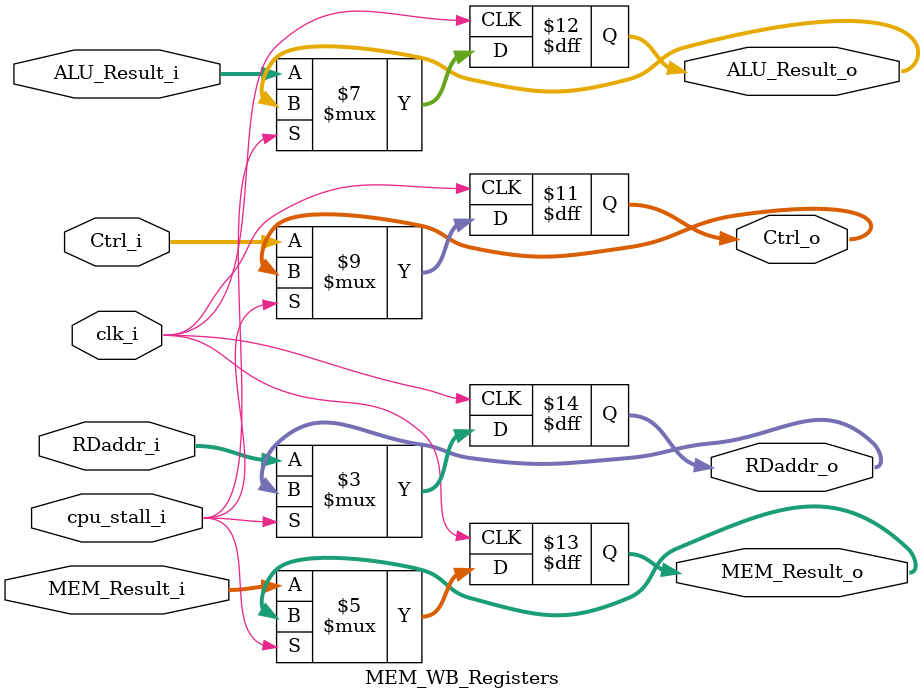
<source format=v>
module MEM_WB_Registers 
(
    clk_i,
    Ctrl_i,
    ALU_Result_i,
    MEM_Result_i,
    RDaddr_i,
    cpu_stall_i,
    Ctrl_o,
    ALU_Result_o,
    MEM_Result_o,
    RDaddr_o
);

input                clk_i, cpu_stall_i;
input  [1:0]         Ctrl_i;
input  [31:0]        ALU_Result_i, MEM_Result_i;
input  [4:0]         RDaddr_i;

output reg [1:0]     Ctrl_o;
output reg [31:0]    ALU_Result_o, MEM_Result_o;
output reg [4:0]     RDaddr_o;



always @(posedge clk_i) begin
    if (~cpu_stall_i)begin
        Ctrl_o       <= Ctrl_i;
        ALU_Result_o <= ALU_Result_i;
        MEM_Result_o <= MEM_Result_i;
        RDaddr_o     <= RDaddr_i;
    end
end

endmodule
</source>
